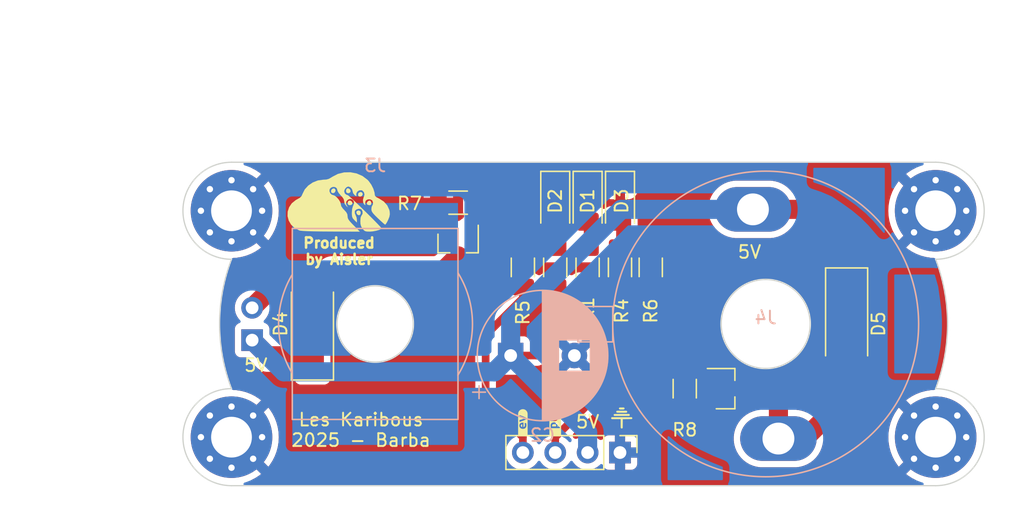
<source format=kicad_pcb>
(kicad_pcb (version 20240108) (generator "pcbnew") (generator_version "8.0")
  (layers (0 "F.Cu" signal) (31 "B.Cu" signal) (34 "B.Paste" user) (35 "F.Paste" user) (36 "B.SilkS" user "B.Silkscreen") (37 "F.SilkS" user "F.Silkscreen") (38 "B.Mask" user) (39 "F.Mask" user) (44 "Edge.Cuts" user))
  (net 0 "")
  (net 1 "+5V")
  (net 2 "GND")
  (net 3 "Net-(D1-A)")
  (net 4 "Net-(D2-A)")
  (net 5 "Net-(D3-A)")
  (net 6 "Net-(D4-A)")
  (net 7 "Net-(D5-A)")
  (net 8 "Net-(Q1-G)")
  (net 9 "Net-(Q2-G)")
  (net 10 "S_EV")
  (net 11 "S_PUMP")
  (footprint "kibuzzard-67A8F3A7" (layer "F.Cu") (at 148.59 104.267 90)
    (property "Reference" "kibuzzard-67A8F3A7" (hide yes))
    (property "Value" "G***" (hide yes))
  )
  (footprint "Resistor_SMD:R_1206_3216Metric_Pad1.30x1.75mm_HandSolder" (layer "F.Cu") (at 143.51 86.995 180)
    (property "Reference" "R7" (at 3.81 -0.065 0) (layer "F.SilkS"))
    (property "Value" "10K")
    (pad "1" smd roundrect (at -1.55 0 180) (size 1.3 1.75) (layers "F.Cu" "F.Paste" "F.Mask") (roundrect_rratio 0.1923076923) (net 8 "Net-(Q1-G)"))
    (pad "2" smd roundrect (at 1.55 0 180) (size 1.3 1.75) (layers "F.Cu" "F.Paste" "F.Mask") (roundrect_rratio 0.1923076923) (net 2 "GND"))
  )
  (footprint "MountingHole:MountingHole_3.2mm_M3_Pad_Via" (layer "F.Cu") (at 180.975 87.63)
    (property "Reference" "H2" (hide yes))
    (property "Value" "MountingHole_Pad")
    (pad "1" thru_hole circle (at -2.4 0) (size 0.8 0.8) (drill 0.5) (layers "*.Cu" "*.Mask") (net 2 "GND"))
    (pad "1" thru_hole circle (at -1.697056 -1.697056) (size 0.8 0.8) (drill 0.5) (layers "*.Cu" "*.Mask") (net 2 "GND"))
    (pad "1" thru_hole circle (at -1.697056 1.697056) (size 0.8 0.8) (drill 0.5) (layers "*.Cu" "*.Mask") (net 2 "GND"))
    (pad "1" thru_hole circle (at 0 -2.4) (size 0.8 0.8) (drill 0.5) (layers "*.Cu" "*.Mask") (net 2 "GND"))
    (pad "1" thru_hole circle (at 0 0) (size 6.4 6.4) (drill 3.2) (layers "*.Cu" "*.Mask") (net 2 "GND"))
    (pad "1" thru_hole circle (at 0 2.4) (size 0.8 0.8) (drill 0.5) (layers "*.Cu" "*.Mask") (net 2 "GND"))
    (pad "1" thru_hole circle (at 1.697056 -1.697056) (size 0.8 0.8) (drill 0.5) (layers "*.Cu" "*.Mask") (net 2 "GND"))
    (pad "1" thru_hole circle (at 1.697056 1.697056) (size 0.8 0.8) (drill 0.5) (layers "*.Cu" "*.Mask") (net 2 "GND"))
    (pad "1" thru_hole circle (at 2.4 0) (size 0.8 0.8) (drill 0.5) (layers "*.Cu" "*.Mask") (net 2 "GND"))
  )
  (footprint "Resistor_SMD:R_1206_3216Metric_Pad1.30x1.75mm_HandSolder" (layer "F.Cu") (at 158.623 92.075 90)
    (property "Reference" "R6" (at -3.429 0 90) (layer "F.SilkS"))
    (property "Value" "270R")
    (pad "1" smd roundrect (at -1.55 0 90) (size 1.3 1.75) (layers "F.Cu" "F.Paste" "F.Mask") (roundrect_rratio 0.1923076923) (net 11 "S_PUMP"))
    (pad "2" smd roundrect (at 1.55 0 90) (size 1.3 1.75) (layers "F.Cu" "F.Paste" "F.Mask") (roundrect_rratio 0.1923076923) (net 9 "Net-(Q2-G)"))
  )
  (footprint "Resistor_SMD:R_1206_3216Metric_Pad1.30x1.75mm_HandSolder" (layer "F.Cu") (at 161.29 101.6 -90)
    (property "Reference" "R8" (at 3.24 0 180) (layer "F.SilkS"))
    (property "Value" "10K")
    (pad "1" smd roundrect (at -1.55 0 270) (size 1.3 1.75) (layers "F.Cu" "F.Paste" "F.Mask") (roundrect_rratio 0.1923076923) (net 9 "Net-(Q2-G)"))
    (pad "2" smd roundrect (at 1.55 0 270) (size 1.3 1.75) (layers "F.Cu" "F.Paste" "F.Mask") (roundrect_rratio 0.1923076923) (net 2 "GND"))
  )
  (footprint "Resistor_SMD:R_1206_3216Metric_Pad1.30x1.75mm_HandSolder" (layer "F.Cu") (at 153.67 92.075 90)
    (property "Reference" "R1" (at -3.302 0 90) (layer "F.SilkS"))
    (property "Value" "1K")
    (pad "1" smd roundrect (at -1.55 0 90) (size 1.3 1.75) (layers "F.Cu" "F.Paste" "F.Mask") (roundrect_rratio 0.1923076923) (net 1 "+5V"))
    (pad "2" smd roundrect (at 1.55 0 90) (size 1.3 1.75) (layers "F.Cu" "F.Paste" "F.Mask") (roundrect_rratio 0.1923076923) (net 3 "Net-(D1-A)"))
  )
  (footprint "Resistor_SMD:R_1206_3216Metric_Pad1.30x1.75mm_HandSolder" (layer "F.Cu") (at 151.13 92.075 90)
    (property "Reference" "R3" (at -3.556 0 90) (layer "F.SilkS"))
    (property "Value" "1K")
    (pad "1" smd roundrect (at -1.55 0 90) (size 1.3 1.75) (layers "F.Cu" "F.Paste" "F.Mask") (roundrect_rratio 0.1923076923) (net 10 "S_EV"))
    (pad "2" smd roundrect (at 1.55 0 90) (size 1.3 1.75) (layers "F.Cu" "F.Paste" "F.Mask") (roundrect_rratio 0.1923076923) (net 4 "Net-(D2-A)"))
  )
  (footprint "Resistor_SMD:R_1206_3216Metric_Pad1.30x1.75mm_HandSolder" (layer "F.Cu") (at 148.59 92.075 -90)
    (property "Reference" "R5" (at 3.556 0 90) (layer "F.SilkS"))
    (property "Value" "270R")
    (pad "1" smd roundrect (at -1.55 0 270) (size 1.3 1.75) (layers "F.Cu" "F.Paste" "F.Mask") (roundrect_rratio 0.1923076923) (net 8 "Net-(Q1-G)"))
    (pad "2" smd roundrect (at 1.55 0 270) (size 1.3 1.75) (layers "F.Cu" "F.Paste" "F.Mask") (roundrect_rratio 0.1923076923) (net 10 "S_EV"))
  )
  (footprint "LED_SMD:LED_1206_3216Metric_Pad1.42x1.75mm_HandSolder" (layer "F.Cu") (at 153.67 86.995 -90)
    (property "Reference" "D1" (at -0.127 0 90) (layer "F.SilkS"))
    (property "Value" "LED_Small")
    (pad "1" smd roundrect (at -1.4875 0 270) (size 1.425 1.75) (layers "F.Cu" "F.Paste" "F.Mask") (roundrect_rratio 0.1754392982) (net 2 "GND"))
    (pad "2" smd roundrect (at 1.4875 0 270) (size 1.425 1.75) (layers "F.Cu" "F.Paste" "F.Mask") (roundrect_rratio 0.1754392982) (net 3 "Net-(D1-A)"))
  )
  (footprint "kibuzzard-67A8F398" (layer "F.Cu") (at 151.13 103.632 90)
    (property "Reference" "kibuzzard-67A8F398" (hide yes))
    (property "Value" "G***" (hide yes))
  )
  (footprint "LED_SMD:LED_1206_3216Metric_Pad1.42x1.75mm_HandSolder" (layer "F.Cu") (at 151.13 86.995 -90)
    (property "Reference" "D2" (at -0.127 0 90) (layer "F.SilkS"))
    (property "Value" "LED_Small")
    (pad "1" smd roundrect (at -1.4875 0 270) (size 1.425 1.75) (layers "F.Cu" "F.Paste" "F.Mask") (roundrect_rratio 0.1754392982) (net 2 "GND"))
    (pad "2" smd roundrect (at 1.4875 0 270) (size 1.425 1.75) (layers "F.Cu" "F.Paste" "F.Mask") (roundrect_rratio 0.1754392982) (net 4 "Net-(D2-A)"))
  )
  (footprint "Connector_PinHeader_2.54mm:PinHeader_1x04_P2.54mm_Vertical" (layer "F.Cu") (at 156.21 106.618 -90)
    (property "Reference" "J1" (hide yes))
    (property "Value" "Conn_01x04")
    (pad "1" thru_hole rect (at 0 0 270) (size 1.7 1.7) (drill 1) (layers "*.Cu" "*.Mask") (net 2 "GND"))
    (pad "2" thru_hole oval (at 0 2.54 270) (size 1.7 1.7) (drill 1) (layers "*.Cu" "*.Mask") (net 1 "+5V"))
    (pad "3" thru_hole oval (at 0 5.08 270) (size 1.7 1.7) (drill 1) (layers "*.Cu" "*.Mask") (net 11 "S_PUMP"))
    (pad "4" thru_hole oval (at 0 7.62 270) (size 1.7 1.7) (drill 1) (layers "*.Cu" "*.Mask") (net 10 "S_EV"))
  )
  (footprint "Resistor_SMD:R_1206_3216Metric_Pad1.30x1.75mm_HandSolder" (layer "F.Cu") (at 156.21 92.075 90)
    (property "Reference" "R4" (at -3.429 0.127 90) (layer "F.SilkS"))
    (property "Value" "1k")
    (pad "1" smd roundrect (at -1.55 0 90) (size 1.3 1.75) (layers "F.Cu" "F.Paste" "F.Mask") (roundrect_rratio 0.1923076923) (net 11 "S_PUMP"))
    (pad "2" smd roundrect (at 1.55 0 90) (size 1.3 1.75) (layers "F.Cu" "F.Paste" "F.Mask") (roundrect_rratio 0.1923076923) (net 5 "Net-(D3-A)"))
  )
  (footprint "LED_SMD:LED_1206_3216Metric_Pad1.42x1.75mm_HandSolder" (layer "F.Cu") (at 156.21 86.995 -90)
    (property "Reference" "D3" (at -0.127 -0.127 90) (layer "F.SilkS"))
    (property "Value" "LED_Small")
    (pad "1" smd roundrect (at -1.4875 0 270) (size 1.425 1.75) (layers "F.Cu" "F.Paste" "F.Mask") (roundrect_rratio 0.1754392982) (net 2 "GND"))
    (pad "2" smd roundrect (at 1.4875 0 270) (size 1.425 1.75) (layers "F.Cu" "F.Paste" "F.Mask") (roundrect_rratio 0.1754392982) (net 5 "Net-(D3-A)"))
  )
  (footprint "LOGO" (layer "F.Cu") (at 134.170708 86.995)
    (property "Reference" "G***" (hide yes))
    (property "Value" "LOGO" (hide yes))
  )
  (footprint "MountingHole:MountingHole_3.2mm_M3_Pad_Via" (layer "F.Cu") (at 125.73 105.41)
    (property "Reference" "H1" (hide yes))
    (property "Value" "MountingHole_Pad")
    (pad "1" thru_hole circle (at -2.4 0) (size 0.8 0.8) (drill 0.5) (layers "*.Cu" "*.Mask") (net 2 "GND"))
    (pad "1" thru_hole circle (at -1.697056 -1.697056) (size 0.8 0.8) (drill 0.5) (layers "*.Cu" "*.Mask") (net 2 "GND"))
    (pad "1" thru_hole circle (at -1.697056 1.697056) (size 0.8 0.8) (drill 0.5) (layers "*.Cu" "*.Mask") (net 2 "GND"))
    (pad "1" thru_hole circle (at 0 -2.4) (size 0.8 0.8) (drill 0.5) (layers "*.Cu" "*.Mask") (net 2 "GND"))
    (pad "1" thru_hole circle (at 0 0) (size 6.4 6.4) (drill 3.2) (layers "*.Cu" "*.Mask") (net 2 "GND"))
    (pad "1" thru_hole circle (at 0 2.4) (size 0.8 0.8) (drill 0.5) (layers "*.Cu" "*.Mask") (net 2 "GND"))
    (pad "1" thru_hole circle (at 1.697056 -1.697056) (size 0.8 0.8) (drill 0.5) (layers "*.Cu" "*.Mask") (net 2 "GND"))
    (pad "1" thru_hole circle (at 1.697056 1.697056) (size 0.8 0.8) (drill 0.5) (layers "*.Cu" "*.Mask") (net 2 "GND"))
    (pad "1" thru_hole circle (at 2.4 0) (size 0.8 0.8) (drill 0.5) (layers "*.Cu" "*.Mask") (net 2 "GND"))
  )
  (footprint "MountingHole:MountingHole_3.2mm_M3_Pad_Via" (layer "F.Cu") (at 125.73 87.63)
    (property "Reference" "H4" (hide yes))
    (property "Value" "MountingHole_Pad")
    (pad "1" thru_hole circle (at -2.4 0) (size 0.8 0.8) (drill 0.5) (layers "*.Cu" "*.Mask") (net 2 "GND"))
    (pad "1" thru_hole circle (at -1.697056 -1.697056) (size 0.8 0.8) (drill 0.5) (layers "*.Cu" "*.Mask") (net 2 "GND"))
    (pad "1" thru_hole circle (at -1.697056 1.697056) (size 0.8 0.8) (drill 0.5) (layers "*.Cu" "*.Mask") (net 2 "GND"))
    (pad "1" thru_hole circle (at 0 -2.4) (size 0.8 0.8) (drill 0.5) (layers "*.Cu" "*.Mask") (net 2 "GND"))
    (pad "1" thru_hole circle (at 0 0) (size 6.4 6.4) (drill 3.2) (layers "*.Cu" "*.Mask") (net 2 "GND"))
    (pad "1" thru_hole circle (at 0 2.4) (size 0.8 0.8) (drill 0.5) (layers "*.Cu" "*.Mask") (net 2 "GND"))
    (pad "1" thru_hole circle (at 1.697056 -1.697056) (size 0.8 0.8) (drill 0.5) (layers "*.Cu" "*.Mask") (net 2 "GND"))
    (pad "1" thru_hole circle (at 1.697056 1.697056) (size 0.8 0.8) (drill 0.5) (layers "*.Cu" "*.Mask") (net 2 "GND"))
    (pad "1" thru_hole circle (at 2.4 0) (size 0.8 0.8) (drill 0.5) (layers "*.Cu" "*.Mask") (net 2 "GND"))
  )
  (footprint "Diode_SMD:D_SMA_Handsoldering" (layer "F.Cu") (at 132.08 96.52 90)
    (property "Reference" "D4" (at 0 -2.5 90) (layer "F.SilkS"))
    (property "Value" "D_Small")
    (pad "1" smd rect (at -2.5 0 90) (size 3.5 1.8) (layers "F.Cu" "F.Paste" "F.Mask") (net 1 "+5V"))
    (pad "2" smd rect (at 2.5 0 90) (size 3.5 1.8) (layers "F.Cu" "F.Paste" "F.Mask") (net 6 "Net-(D4-A)"))
  )
  (footprint "Package_TO_SOT_SMD:SOT-23" (layer "F.Cu") (at 164.465 101.6)
    (property "Reference" "Q2" (hide yes))
    (property "Value" "AO3400A")
    (pad "1" smd rect (at -1 -0.95) (size 0.9 0.8) (layers "F.Cu" "F.Paste" "F.Mask") (net 9 "Net-(Q2-G)"))
    (pad "2" smd rect (at -1 0.95) (size 0.9 0.8) (layers "F.Cu" "F.Paste" "F.Mask") (net 2 "GND"))
    (pad "3" smd rect (at 1 0) (size 0.9 0.8) (layers "F.Cu" "F.Paste" "F.Mask") (net 7 "Net-(D5-A)"))
  )
  (footprint "Package_TO_SOT_SMD:SOT-23" (layer "F.Cu") (at 143.51 90.17 -90)
    (property "Reference" "Q1" (hide yes))
    (property "Value" "AO3400A")
    (pad "1" smd rect (at -1 -0.95 270) (size 0.9 0.8) (layers "F.Cu" "F.Paste" "F.Mask") (net 8 "Net-(Q1-G)"))
    (pad "2" smd rect (at -1 0.95 270) (size 0.9 0.8) (layers "F.Cu" "F.Paste" "F.Mask") (net 2 "GND"))
    (pad "3" smd rect (at 1 0 270) (size 0.9 0.8) (layers "F.Cu" "F.Paste" "F.Mask") (net 6 "Net-(D4-A)"))
  )
  (footprint "Diode_SMD:D_SMA_Handsoldering" (layer "F.Cu") (at 173.99 96.52 -90)
    (property "Reference" "D5" (at 0 -2.5 90) (layer "F.SilkS"))
    (property "Value" "D_Small")
    (pad "1" smd rect (at -2.5 0 270) (size 3.5 1.8) (layers "F.Cu" "F.Paste" "F.Mask") (net 1 "+5V"))
    (pad "2" smd rect (at 2.5 0 270) (size 3.5 1.8) (layers "F.Cu" "F.Paste" "F.Mask") (net 7 "Net-(D5-A)"))
  )
  (footprint "MountingHole:MountingHole_3.2mm_M3_Pad_Via" (layer "F.Cu") (at 180.975 105.41)
    (property "Reference" "H3" (hide yes))
    (property "Value" "MountingHole_Pad")
    (pad "1" thru_hole circle (at -2.4 0) (size 0.8 0.8) (drill 0.5) (layers "*.Cu" "*.Mask") (net 2 "GND"))
    (pad "1" thru_hole circle (at -1.697056 -1.697056) (size 0.8 0.8) (drill 0.5) (layers "*.Cu" "*.Mask") (net 2 "GND"))
    (pad "1" thru_hole circle (at -1.697056 1.697056) (size 0.8 0.8) (drill 0.5) (layers "*.Cu" "*.Mask") (net 2 "GND"))
    (pad "1" thru_hole circle (at 0 -2.4) (size 0.8 0.8) (drill 0.5) (layers "*.Cu" "*.Mask") (net 2 "GND"))
    (pad "1" thru_hole circle (at 0 0) (size 6.4 6.4) (drill 3.2) (layers "*.Cu" "*.Mask") (net 2 "GND"))
    (pad "1" thru_hole circle (at 0 2.4) (size 0.8 0.8) (drill 0.5) (layers "*.Cu" "*.Mask") (net 2 "GND"))
    (pad "1" thru_hole circle (at 1.697056 -1.697056) (size 0.8 0.8) (drill 0.5) (layers "*.Cu" "*.Mask") (net 2 "GND"))
    (pad "1" thru_hole circle (at 1.697056 1.697056) (size 0.8 0.8) (drill 0.5) (layers "*.Cu" "*.Mask") (net 2 "GND"))
    (pad "1" thru_hole circle (at 2.4 0) (size 0.8 0.8) (drill 0.5) (layers "*.Cu" "*.Mask") (net 2 "GND"))
  )
  (footprint "LOGO" (layer "F.Cu") (at 156.337 103.886 180)
    (property "Reference" "G***" (hide yes))
    (property "Value" "LOGO" (hide yes))
  )
  (footprint "BarbaLib:motor-pump-370" (layer "B.Cu") (at 167.64 96.52 180)
    (property "Reference" "J4" (at 0 0.5 0) (layer "B.SilkS") (effects (justify mirror)))
    (property "Value" "CON_PUMP")
    (fp_circle (center 0 0) (end 3.5 0) (stroke (width 0.12)) (fill none) (layer "Edge.Cuts"))
    (pad "1" thru_hole oval (at 1 9 180) (size 6 3.5) (drill 2.5) (layers "*.Cu" "*.Mask") (net 1 "+5V"))
    (pad "2" thru_hole oval (at -1 -9 180) (size 6 3.5) (drill 2.5) (layers "*.Cu" "*.Mask") (net 7 "Net-(D5-A)"))
  )
  (footprint "Capacitor_THT:CP_Radial_D10.0mm_P5.00mm" (layer "B.Cu") (at 147.632323 99)
    (property "Reference" "C2" (at 2.5 6.25 360) (layer "B.SilkS") (effects (justify mirror)))
    (property "Value" "C_Polarized_Small")
    (pad "1" thru_hole rect (at 0 0) (size 2 2) (drill 1) (layers "*.Cu" "*.Mask") (net 1 "+5V"))
    (pad "2" thru_hole circle (at 5 0) (size 2 2) (drill 1) (layers "*.Cu" "*.Mask") (net 2 "GND"))
  )
  (footprint "BarbaLib:MiniEV" (layer "B.Cu") (at 137 96.52 180)
    (property "Reference" "J3" (at 0 12.446 0) (layer "B.SilkS") (effects (justify mirror)))
    (property "Value" "CON_EV")
    (fp_circle (center 0 0) (end 3 0) (stroke (width 0.12)) (fill none) (layer "Edge.Cuts"))
    (pad "1" thru_hole circle (at 9.652 1.27 180) (size 1.7 1.7) (drill 1) (layers "*.Cu" "*.Mask") (net 6 "Net-(D4-A)"))
    (pad "2" thru_hole rect (at 9.652 -1.27 180) (size 1.7 1.7) (drill 1) (layers "*.Cu" "*.Mask") (net 1 "+5V"))
    (pad "3" smd rect (at 0 7.5 180) (size 13 4) (layers "B.Cu" "B.Paste" "B.Mask"))
    (pad "4" smd rect (at 0 -7.5 180) (size 13 4) (layers "B.Cu" "B.Paste" "B.Mask"))
  )
  (gr_poly (pts (xy 176.911 89.281) (xy 176.149 88.392) (xy 175.514 87.757) (xy 174.752 87.122) (xy 173.863 86.487) (xy 173.101 85.979) (xy 172.212 85.598) (xy 171.45 85.344) (xy 171.45 84.328) (xy 176.911 84.328)) (stroke (width 0.15)) (fill solid) (layer "B.Cu"))
  (gr_poly (pts (xy 181.102 93.599) (xy 181.229 94.488) (xy 181.356 95.504) (xy 181.393036 96.165143) (xy 181.395215 96.764263) (xy 181.373428 97.339419) (xy 181.279748 98.315441) (xy 181.070165 99.481767) (xy 180.851322 100.334805) (xy 177.8 100.33) (xy 177.8 92.71) (xy 180.848 92.71)) (stroke (width 0.15)) (fill solid) (layer "B.Cu"))
  (gr_poly (pts (xy 160.75807 106.030296) (xy 161.38981 106.451456) (xy 162.23213 106.918394) (xy 163.294185 107.421955) (xy 164.200594 107.788181) (xy 164.211 108.712) (xy 160.02 108.712) (xy 160.02 105.41)) (stroke (width 0.15)) (fill solid) (layer "B.Cu"))
  (gr_line (start 180.975 83.82) (end 125.73 83.82) (stroke (width 0.1)) (layer "Edge.Cuts"))
  (gr_arc (start 125.73 101.6) (mid 124.79515 96.52) (end 125.73 91.44) (stroke (width 0.1)) (layer "Edge.Cuts"))
  (gr_arc (start 180.975 101.6) (mid 184.785 105.41) (end 180.975 109.22) (stroke (width 0.1)) (layer "Edge.Cuts"))
  (gr_arc (start 125.73 109.22) (mid 121.92 105.41) (end 125.73 101.6) (stroke (width 0.1)) (layer "Edge.Cuts"))
  (gr_line (start 125.73 109.22) (end 180.975 109.22) (stroke (width 0.1)) (layer "Edge.Cuts"))
  (gr_arc (start 180.975 83.82) (mid 184.785 87.63) (end 180.975 91.44) (stroke (width 0.1)) (layer "Edge.Cuts"))
  (gr_arc (start 180.975 91.44) (mid 181.90985 96.52) (end 180.975 101.6) (stroke (width 0.1)) (layer "Edge.Cuts"))
  (gr_arc (start 125.73 91.44) (mid 121.92 87.63) (end 125.73 83.82) (stroke (width 0.1)) (layer "Edge.Cuts"))
  (gr_text "Produced\nby Aisler" (at 134.170708 90.805 0) (layer "F.SilkS") (effects (font (size 0.8 0.8) (thickness 0.2))))
  (gr_text "Les Karibous\n2025 - Barba" (at 135.89 104.84 0) (layer "F.SilkS") (effects (font (size 1 1))))
  (gr_text "5V" (at 166.37 90.87 0) (layer "F.SilkS") (effects (font (size 1 1))))
  (gr_text "5V" (at 153.67 104.205 0) (layer "F.SilkS") (effects (font (size 1 1))))
  (gr_text "5V" (at 127.635 99.76 0) (layer "F.SilkS") (effects (font (size 1 1))))
  (segment (start 128.578 99.02) (end 127.348 97.79) (width 1.5) (layer "F.Cu") (net 1))
  (segment (start 153.67 93.625) (end 153.67 94.996) (width 0.6) (layer "F.Cu") (net 1))
  (segment (start 149.666 99) (end 147.632323 99) (width 0.6) (layer "F.Cu") (net 1))
  (segment (start 173.99 94.02) (end 173.99 91.186) (width 1.5) (layer "F.Cu") (net 1))
  (segment (start 132.08 99.02) (end 128.578 99.02) (width 1.5) (layer "F.Cu") (net 1))
  (segment (start 173.99 91.186) (end 170.324 87.52) (width 1.5) (layer "F.Cu") (net 1))
  (segment (start 170.324 87.52) (end 166.64 87.52) (width 1.5) (layer "F.Cu") (net 1))
  (segment (start 153.67 94.996) (end 149.666 99) (width 0.6) (layer "F.Cu") (net 1))
  (segment (start 156.32 87.52) (end 147.632323 96.207677) (width 1.5) (layer "B.Cu") (net 1))
  (segment (start 147.632323 96.207677) (end 147.632323 99) (width 1.5) (layer "B.Cu") (net 1))
  (segment (start 153.67 105.037677) (end 147.632323 99) (width 1.5) (layer "B.Cu") (net 1))
  (segment (start 153.67 106.618) (end 153.67 105.037677) (width 1.5) (layer "B.Cu") (net 1))
  (segment (start 127.348 97.79) (end 129.836822 100.278822) (width 1.5) (layer "B.Cu") (net 1))
  (segment (start 129.836822 100.278822) (end 146.353501 100.278822) (width 1.5) (layer "B.Cu") (net 1))
  (segment (start 146.353501 100.278822) (end 147.632323 99) (width 1.5) (layer "B.Cu") (net 1))
  (segment (start 166.64 87.52) (end 156.32 87.52) (width 1.5) (layer "B.Cu") (net 1))
  (segment (start 153.67 88.4825) (end 153.67 90.525) (width 0.6) (layer "F.Cu") (net 3))
  (segment (start 151.13 88.4825) (end 151.13 90.525) (width 0.6) (layer "F.Cu") (net 4))
  (segment (start 156.21 88.4825) (end 156.21 90.525) (width 0.6) (layer "F.Cu") (net 5))
  (segment (start 128.578 94.02) (end 127.348 95.25) (width 1.5) (layer "F.Cu") (net 6))
  (segment (start 132.08 94.02) (end 133.644 92.456) (width 1.5) (layer "F.Cu") (net 6))
  (segment (start 132.08 94.02) (end 128.578 94.02) (width 1.5) (layer "F.Cu") (net 6))
  (segment (start 142.224 92.456) (end 143.51 91.17) (width 1.5) (layer "F.Cu") (net 6))
  (segment (start 133.644 92.456) (end 142.224 92.456) (width 1.5) (layer "F.Cu") (net 6))
  (segment (start 168.64 102.6) (end 168.64 105.52) (width 1.5) (layer "F.Cu") (net 7))
  (segment (start 167.64 101.6) (end 168.64 102.6) (width 1.5) (layer "F.Cu") (net 7))
  (segment (start 173.99 99.02) (end 173.99 102.235) (width 1.5) (layer "F.Cu") (net 7))
  (segment (start 170.705 105.52) (end 168.64 105.52) (width 1.5) (layer "F.Cu") (net 7))
  (segment (start 173.99 102.235) (end 170.705 105.52) (width 1.5) (layer "F.Cu") (net 7))
  (segment (start 165.465 101.6) (end 167.64 101.6) (width 1.5) (layer "F.Cu") (net 7))
  (segment (start 145.06 86.995) (end 145.06 88.57) (width 0.6) (layer "F.Cu") (net 8))
  (segment (start 144.655 88.975) (end 144.46 89.17) (width 0.6) (layer "F.Cu") (net 8))
  (segment (start 147.955 88.975) (end 144.655 88.975) (width 0.6) (layer "F.Cu") (net 8))
  (segment (start 145.06 88.57) (end 144.46 89.17) (width 0.6) (layer "F.Cu") (net 8))
  (segment (start 147.955 88.975) (end 148.59 89.61) (width 0.6) (layer "F.Cu") (net 8))
  (segment (start 148.59 89.61) (end 148.59 90.525) (width 0.6) (layer "F.Cu") (net 8))
  (segment (start 161.29 92.14) (end 161.29 100.05) (width 0.6) (layer "F.Cu") (net 9))
  (segment (start 158.75 90.59) (end 159.74 90.59) (width 0.6) (layer "F.Cu") (net 9))
  (segment (start 163.465 100.6) (end 162.915 100.05) (width 0.6) (layer "F.Cu") (net 9))
  (segment (start 159.74 90.59) (end 161.29 92.14) (width 0.6) (layer "F.Cu") (net 9))
  (segment (start 163.465 100.65) (end 163.465 100.6) (width 0.6) (layer "F.Cu") (net 9))
  (segment (start 162.915 100.05) (end 161.29 100.05) (width 0.6) (layer "F.Cu") (net 9))
  (segment (start 148.59 93.625) (end 148.59 94.488) (width 0.6) (layer "F.Cu") (net 10))
  (segment (start 145.669 102.489) (end 148.59 105.41) (width 0.6) (layer "F.Cu") (net 10))
  (segment (start 148.59 94.488) (end 145.669 97.409) (width 0.6) (layer "F.Cu") (net 10))
  (segment (start 148.59 105.41) (end 148.59 106.618) (width 0.6) (layer "F.Cu") (net 10))
  (segment (start 145.669 97.409) (end 145.669 102.489) (width 0.6) (layer "F.Cu") (net 10))
  (segment (start 151.13 93.625) (end 148.59 93.625) (width 0.6) (layer "F.Cu") (net 10))
  (segment (start 156.21 93.625) (end 158.685 93.625) (width 0.6) (layer "F.Cu") (net 11))
  (segment (start 158.685 93.625) (end 158.75 93.69) (width 0.6) (layer "F.Cu") (net 11))
  (segment (start 151.13 105.41) (end 151.13 106.618) (width 0.6) (layer "F.Cu") (net 11))
  (segment (start 156.21 100.33) (end 151.13 105.41) (width 0.6) (layer "F.Cu") (net 11))
  (segment (start 156.21 93.625) (end 156.21 100.33) (width 0.6) (layer "F.Cu") (net 11))
  (zone (net 2) (net_name "GND") (layer "F.Cu") (connect_pads (clearance 0.508)) (min_thickness 0.508) (fill yes (thermal_gap 0.508) (thermal_bridge_width 0.8) (island_removal_mode 1) (island_area_min 0))
    (polygon (pts (xy 185.42 109.855) (xy 121.285 109.855) (xy 121.285 83.185) (xy 185.42 83.185)))
  )
  (zone (net 2) (net_name "GND") (layer "B.Cu") (connect_pads (clearance 0.508)) (min_thickness 0.254) (fill yes (thermal_gap 0.508) (thermal_bridge_width 0.8))
    (polygon (pts (xy 186.055 110.49) (xy 120.65 110.49) (xy 120.65 82.55) (xy 186.055 82.55)))
  )
)
</source>
